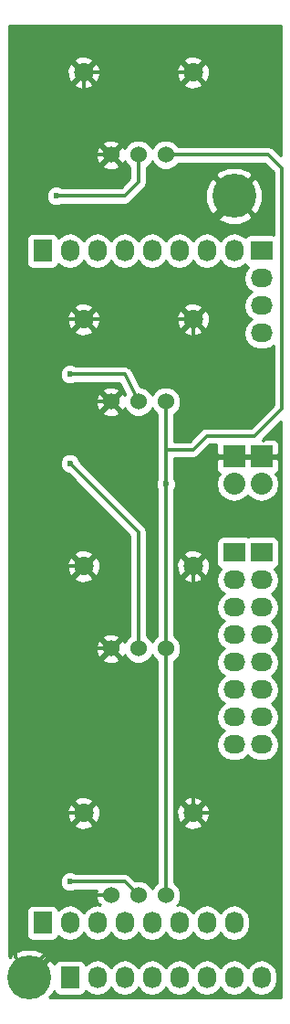
<source format=gbr>
G04 #@! TF.FileFunction,Copper,L2,Bot,Signal*
%FSLAX46Y46*%
G04 Gerber Fmt 4.6, Leading zero omitted, Abs format (unit mm)*
G04 Created by KiCad (PCBNEW 4.0.2+dfsg1-2~bpo8+1-stable) date Sun 16 Jul 2017 04:41:11 PM EEST*
%MOMM*%
G01*
G04 APERTURE LIST*
%ADD10C,0.050000*%
%ADD11R,2.032000X1.727200*%
%ADD12O,2.032000X1.727200*%
%ADD13R,1.727200X2.032000*%
%ADD14O,1.727200X2.032000*%
%ADD15R,2.032000X2.032000*%
%ADD16O,2.032000X2.032000*%
%ADD17C,1.524000*%
%ADD18C,1.800000*%
%ADD19C,4.064000*%
%ADD20C,0.600000*%
%ADD21C,0.300000*%
%ADD22C,0.254000*%
G04 APERTURE END LIST*
D10*
D11*
X147320000Y-99060000D03*
D12*
X147320000Y-101600000D03*
X147320000Y-104140000D03*
X147320000Y-106680000D03*
X147320000Y-109220000D03*
X147320000Y-111760000D03*
X147320000Y-114300000D03*
X147320000Y-116840000D03*
D13*
X129540000Y-138430000D03*
D14*
X132080000Y-138430000D03*
X134620000Y-138430000D03*
X137160000Y-138430000D03*
X139700000Y-138430000D03*
X142240000Y-138430000D03*
X144780000Y-138430000D03*
X147320000Y-138430000D03*
D13*
X127000000Y-71120000D03*
D14*
X129540000Y-71120000D03*
X132080000Y-71120000D03*
X134620000Y-71120000D03*
X137160000Y-71120000D03*
X139700000Y-71120000D03*
X142240000Y-71120000D03*
X144780000Y-71120000D03*
D11*
X144780000Y-99060000D03*
D12*
X144780000Y-101600000D03*
X144780000Y-104140000D03*
X144780000Y-106680000D03*
X144780000Y-109220000D03*
X144780000Y-111760000D03*
X144780000Y-114300000D03*
X144780000Y-116840000D03*
D13*
X127000000Y-133350000D03*
D14*
X129540000Y-133350000D03*
X132080000Y-133350000D03*
X134620000Y-133350000D03*
X137160000Y-133350000D03*
X139700000Y-133350000D03*
X142240000Y-133350000D03*
X144780000Y-133350000D03*
D15*
X144780000Y-90170000D03*
D16*
X144780000Y-92710000D03*
D11*
X147320000Y-71120000D03*
D12*
X147320000Y-73660000D03*
X147320000Y-76200000D03*
X147320000Y-78740000D03*
D15*
X147320000Y-90170000D03*
D16*
X147320000Y-92710000D03*
D17*
X135890000Y-62230000D03*
X133350000Y-62230000D03*
X138430000Y-62230000D03*
D18*
X140970000Y-54610000D03*
X130810000Y-54610000D03*
D17*
X135890000Y-85090000D03*
X133350000Y-85090000D03*
X138430000Y-85090000D03*
D18*
X140970000Y-77470000D03*
X130810000Y-77470000D03*
D17*
X135890000Y-107950000D03*
X133350000Y-107950000D03*
X138430000Y-107950000D03*
D18*
X140970000Y-100330000D03*
X130810000Y-100330000D03*
D17*
X135890000Y-130810000D03*
X133350000Y-130810000D03*
X138430000Y-130810000D03*
D18*
X140970000Y-123190000D03*
X130810000Y-123190000D03*
D19*
X144780000Y-66040000D03*
X125730000Y-138430000D03*
D20*
X128270000Y-66040000D03*
X140970000Y-87630000D03*
X138430000Y-92710000D03*
X129540000Y-82550000D03*
X129540000Y-90805000D03*
X129540000Y-129540000D03*
D21*
X135890000Y-62865000D02*
X135890000Y-64770000D01*
X134620000Y-66040000D02*
X128270000Y-66040000D01*
X135890000Y-64770000D02*
X134620000Y-66040000D01*
X130810000Y-54610000D02*
X140970000Y-54610000D01*
X130810000Y-54610000D02*
X130810000Y-62230000D01*
X133350000Y-62230000D02*
X130810000Y-62230000D01*
X130810000Y-62230000D02*
X124460000Y-62230000D01*
X124460000Y-62230000D02*
X124460000Y-68580000D01*
X142875000Y-68580000D02*
X144780000Y-66675000D01*
X124460000Y-68580000D02*
X142875000Y-68580000D01*
X144780000Y-66675000D02*
X144780000Y-66040000D01*
X124460000Y-79375000D02*
X127635000Y-79375000D01*
X124460000Y-62230000D02*
X124460000Y-79375000D01*
X140970000Y-100330000D02*
X140970000Y-123190000D01*
X125730000Y-138430000D02*
X125730000Y-137795000D01*
X125730000Y-137795000D02*
X124460000Y-136525000D01*
X124460000Y-130810000D02*
X127635000Y-130810000D01*
X124460000Y-136525000D02*
X124460000Y-130810000D01*
X140970000Y-123190000D02*
X147320000Y-123190000D01*
X147320000Y-123190000D02*
X147320000Y-135890000D01*
X147320000Y-135890000D02*
X127635000Y-135890000D01*
X127635000Y-135890000D02*
X125730000Y-137795000D01*
X133350000Y-130810000D02*
X127635000Y-130810000D01*
X127635000Y-130810000D02*
X127635000Y-123190000D01*
X130810000Y-123190000D02*
X127635000Y-123190000D01*
X127635000Y-123190000D02*
X127635000Y-107950000D01*
X133350000Y-107950000D02*
X127635000Y-107950000D01*
X127635000Y-107950000D02*
X127635000Y-100330000D01*
X130810000Y-100330000D02*
X127635000Y-100330000D01*
X127635000Y-100330000D02*
X127635000Y-85090000D01*
X130810000Y-77470000D02*
X128905000Y-77470000D01*
X127635000Y-85090000D02*
X133350000Y-85090000D01*
X127635000Y-78740000D02*
X127635000Y-79375000D01*
X127635000Y-79375000D02*
X127635000Y-85090000D01*
X128905000Y-77470000D02*
X127635000Y-78740000D01*
X140970000Y-77470000D02*
X130810000Y-77470000D01*
X140970000Y-87630000D02*
X140970000Y-77470000D01*
X138430000Y-62230000D02*
X147955000Y-62230000D01*
X147955000Y-62230000D02*
X149225000Y-63500000D01*
X149225000Y-63500000D02*
X149225000Y-85725000D01*
X149225000Y-85725000D02*
X146685000Y-88265000D01*
X146685000Y-88265000D02*
X142240000Y-88265000D01*
X142240000Y-88265000D02*
X140970000Y-89535000D01*
X140970000Y-89535000D02*
X138430000Y-89535000D01*
X138430000Y-130810000D02*
X138430000Y-107950000D01*
X138430000Y-107950000D02*
X138430000Y-89535000D01*
X138430000Y-89535000D02*
X138430000Y-85090000D01*
X138430000Y-92710000D02*
X138430000Y-85090000D01*
X135890000Y-85090000D02*
X135890000Y-85090000D01*
X134620000Y-82550000D02*
X129540000Y-82550000D01*
X135890000Y-85090000D02*
X134620000Y-82550000D01*
X135890000Y-107950000D02*
X135890000Y-97155000D01*
X135890000Y-97155000D02*
X129540000Y-90805000D01*
X135890000Y-130810000D02*
X134620000Y-129540000D01*
X134620000Y-129540000D02*
X129540000Y-129540000D01*
D22*
G36*
X149150000Y-62314842D02*
X148510079Y-61674921D01*
X148255407Y-61504755D01*
X147955000Y-61445000D01*
X139617201Y-61445000D01*
X139615010Y-61439697D01*
X139222370Y-61046371D01*
X138709100Y-60833243D01*
X138153339Y-60832758D01*
X137639697Y-61044990D01*
X137246371Y-61437630D01*
X137160051Y-61645512D01*
X137075010Y-61439697D01*
X136682370Y-61046371D01*
X136169100Y-60833243D01*
X135613339Y-60832758D01*
X135099697Y-61044990D01*
X134706371Y-61437630D01*
X134626605Y-61629727D01*
X134572397Y-61498857D01*
X134330213Y-61429392D01*
X133529605Y-62230000D01*
X134330213Y-63030608D01*
X134572397Y-62961143D01*
X134622509Y-62820682D01*
X134704990Y-63020303D01*
X135097630Y-63413629D01*
X135105000Y-63416689D01*
X135105000Y-64444842D01*
X134294842Y-65255000D01*
X128807506Y-65255000D01*
X128800327Y-65247808D01*
X128456799Y-65105162D01*
X128084833Y-65104838D01*
X127741057Y-65246883D01*
X127477808Y-65509673D01*
X127335162Y-65853201D01*
X127334838Y-66225167D01*
X127476883Y-66568943D01*
X127739673Y-66832192D01*
X128083201Y-66974838D01*
X128455167Y-66975162D01*
X128798943Y-66833117D01*
X128807074Y-66825000D01*
X134620000Y-66825000D01*
X134920407Y-66765245D01*
X135175079Y-66595079D01*
X136240770Y-65529388D01*
X142109120Y-65529388D01*
X142117025Y-66590357D01*
X142507832Y-67533846D01*
X142881879Y-67758516D01*
X144600395Y-66040000D01*
X144959605Y-66040000D01*
X146678121Y-67758516D01*
X147052168Y-67533846D01*
X147450880Y-66550612D01*
X147442975Y-65489643D01*
X147052168Y-64546154D01*
X146678121Y-64321484D01*
X144959605Y-66040000D01*
X144600395Y-66040000D01*
X142881879Y-64321484D01*
X142507832Y-64546154D01*
X142109120Y-65529388D01*
X136240770Y-65529388D01*
X136445079Y-65325079D01*
X136615245Y-65070407D01*
X136675000Y-64770000D01*
X136675000Y-64141879D01*
X143061484Y-64141879D01*
X144780000Y-65860395D01*
X146498516Y-64141879D01*
X146273846Y-63767832D01*
X145290612Y-63369120D01*
X144229643Y-63377025D01*
X143286154Y-63767832D01*
X143061484Y-64141879D01*
X136675000Y-64141879D01*
X136675000Y-63417201D01*
X136680303Y-63415010D01*
X137073629Y-63022370D01*
X137159949Y-62814488D01*
X137244990Y-63020303D01*
X137637630Y-63413629D01*
X138150900Y-63626757D01*
X138706661Y-63627242D01*
X139220303Y-63415010D01*
X139613629Y-63022370D01*
X139616689Y-63015000D01*
X147629842Y-63015000D01*
X148440000Y-63825158D01*
X148440000Y-69630021D01*
X148336000Y-69608960D01*
X146304000Y-69608960D01*
X146068683Y-69653238D01*
X145852559Y-69792310D01*
X145809454Y-69855396D01*
X145353489Y-69550729D01*
X144780000Y-69436655D01*
X144206511Y-69550729D01*
X143720330Y-69875585D01*
X143510000Y-70190366D01*
X143299670Y-69875585D01*
X142813489Y-69550729D01*
X142240000Y-69436655D01*
X141666511Y-69550729D01*
X141180330Y-69875585D01*
X140970000Y-70190366D01*
X140759670Y-69875585D01*
X140273489Y-69550729D01*
X139700000Y-69436655D01*
X139126511Y-69550729D01*
X138640330Y-69875585D01*
X138430000Y-70190366D01*
X138219670Y-69875585D01*
X137733489Y-69550729D01*
X137160000Y-69436655D01*
X136586511Y-69550729D01*
X136100330Y-69875585D01*
X135890000Y-70190366D01*
X135679670Y-69875585D01*
X135193489Y-69550729D01*
X134620000Y-69436655D01*
X134046511Y-69550729D01*
X133560330Y-69875585D01*
X133350000Y-70190366D01*
X133139670Y-69875585D01*
X132653489Y-69550729D01*
X132080000Y-69436655D01*
X131506511Y-69550729D01*
X131020330Y-69875585D01*
X130810000Y-70190366D01*
X130599670Y-69875585D01*
X130113489Y-69550729D01*
X129540000Y-69436655D01*
X128966511Y-69550729D01*
X128480330Y-69875585D01*
X128470757Y-69889913D01*
X128466762Y-69868683D01*
X128327690Y-69652559D01*
X128115490Y-69507569D01*
X127863600Y-69456560D01*
X126136400Y-69456560D01*
X125901083Y-69500838D01*
X125684959Y-69639910D01*
X125539969Y-69852110D01*
X125488960Y-70104000D01*
X125488960Y-72136000D01*
X125533238Y-72371317D01*
X125672310Y-72587441D01*
X125884510Y-72732431D01*
X126136400Y-72783440D01*
X127863600Y-72783440D01*
X128098917Y-72739162D01*
X128315041Y-72600090D01*
X128460031Y-72387890D01*
X128468400Y-72346561D01*
X128480330Y-72364415D01*
X128966511Y-72689271D01*
X129540000Y-72803345D01*
X130113489Y-72689271D01*
X130599670Y-72364415D01*
X130810000Y-72049634D01*
X131020330Y-72364415D01*
X131506511Y-72689271D01*
X132080000Y-72803345D01*
X132653489Y-72689271D01*
X133139670Y-72364415D01*
X133350000Y-72049634D01*
X133560330Y-72364415D01*
X134046511Y-72689271D01*
X134620000Y-72803345D01*
X135193489Y-72689271D01*
X135679670Y-72364415D01*
X135890000Y-72049634D01*
X136100330Y-72364415D01*
X136586511Y-72689271D01*
X137160000Y-72803345D01*
X137733489Y-72689271D01*
X138219670Y-72364415D01*
X138430000Y-72049634D01*
X138640330Y-72364415D01*
X139126511Y-72689271D01*
X139700000Y-72803345D01*
X140273489Y-72689271D01*
X140759670Y-72364415D01*
X140970000Y-72049634D01*
X141180330Y-72364415D01*
X141666511Y-72689271D01*
X142240000Y-72803345D01*
X142813489Y-72689271D01*
X143299670Y-72364415D01*
X143510000Y-72049634D01*
X143720330Y-72364415D01*
X144206511Y-72689271D01*
X144780000Y-72803345D01*
X145353489Y-72689271D01*
X145808056Y-72385539D01*
X145839910Y-72435041D01*
X146052110Y-72580031D01*
X146093439Y-72588400D01*
X146075585Y-72600330D01*
X145750729Y-73086511D01*
X145636655Y-73660000D01*
X145750729Y-74233489D01*
X146075585Y-74719670D01*
X146390366Y-74930000D01*
X146075585Y-75140330D01*
X145750729Y-75626511D01*
X145636655Y-76200000D01*
X145750729Y-76773489D01*
X146075585Y-77259670D01*
X146390366Y-77470000D01*
X146075585Y-77680330D01*
X145750729Y-78166511D01*
X145636655Y-78740000D01*
X145750729Y-79313489D01*
X146075585Y-79799670D01*
X146561766Y-80124526D01*
X147135255Y-80238600D01*
X147504745Y-80238600D01*
X148078234Y-80124526D01*
X148440000Y-79882802D01*
X148440000Y-85399842D01*
X146359842Y-87480000D01*
X142240000Y-87480000D01*
X141939593Y-87539755D01*
X141684921Y-87709921D01*
X140644842Y-88750000D01*
X139215000Y-88750000D01*
X139215000Y-86277201D01*
X139220303Y-86275010D01*
X139613629Y-85882370D01*
X139826757Y-85369100D01*
X139827242Y-84813339D01*
X139615010Y-84299697D01*
X139222370Y-83906371D01*
X138709100Y-83693243D01*
X138153339Y-83692758D01*
X137639697Y-83904990D01*
X137246371Y-84297630D01*
X137160051Y-84505512D01*
X137075010Y-84299697D01*
X136682370Y-83906371D01*
X136169100Y-83693243D01*
X136069234Y-83693156D01*
X135322125Y-82198937D01*
X135244983Y-82099540D01*
X135175079Y-81994921D01*
X135151625Y-81979250D01*
X135134333Y-81956969D01*
X135025021Y-81894656D01*
X134920406Y-81824755D01*
X134892746Y-81819253D01*
X134868239Y-81805283D01*
X134743403Y-81789547D01*
X134620000Y-81765000D01*
X130077506Y-81765000D01*
X130070327Y-81757808D01*
X129726799Y-81615162D01*
X129354833Y-81614838D01*
X129011057Y-81756883D01*
X128747808Y-82019673D01*
X128605162Y-82363201D01*
X128604838Y-82735167D01*
X128746883Y-83078943D01*
X129009673Y-83342192D01*
X129353201Y-83484838D01*
X129725167Y-83485162D01*
X130068943Y-83343117D01*
X130077074Y-83335000D01*
X134134844Y-83335000D01*
X134665442Y-84396197D01*
X134626605Y-84489727D01*
X134572397Y-84358857D01*
X134330213Y-84289392D01*
X133529605Y-85090000D01*
X134330213Y-85890608D01*
X134572397Y-85821143D01*
X134622509Y-85680682D01*
X134704990Y-85880303D01*
X135097630Y-86273629D01*
X135610900Y-86486757D01*
X136166661Y-86487242D01*
X136680303Y-86275010D01*
X137073629Y-85882370D01*
X137159949Y-85674488D01*
X137244990Y-85880303D01*
X137637630Y-86273629D01*
X137645000Y-86276689D01*
X137645000Y-92172494D01*
X137637808Y-92179673D01*
X137495162Y-92523201D01*
X137494838Y-92895167D01*
X137636883Y-93238943D01*
X137645000Y-93247074D01*
X137645000Y-106762799D01*
X137639697Y-106764990D01*
X137246371Y-107157630D01*
X137160051Y-107365512D01*
X137075010Y-107159697D01*
X136682370Y-106766371D01*
X136675000Y-106763311D01*
X136675000Y-97155000D01*
X136615245Y-96854594D01*
X136615245Y-96854593D01*
X136445079Y-96599921D01*
X130475153Y-90629995D01*
X130475162Y-90619833D01*
X130333117Y-90276057D01*
X130070327Y-90012808D01*
X129726799Y-89870162D01*
X129354833Y-89869838D01*
X129011057Y-90011883D01*
X128747808Y-90274673D01*
X128605162Y-90618201D01*
X128604838Y-90990167D01*
X128746883Y-91333943D01*
X129009673Y-91597192D01*
X129353201Y-91739838D01*
X129364690Y-91739848D01*
X135105000Y-97480158D01*
X135105000Y-106762799D01*
X135099697Y-106764990D01*
X134706371Y-107157630D01*
X134626605Y-107349727D01*
X134572397Y-107218857D01*
X134330213Y-107149392D01*
X133529605Y-107950000D01*
X134330213Y-108750608D01*
X134572397Y-108681143D01*
X134622509Y-108540682D01*
X134704990Y-108740303D01*
X135097630Y-109133629D01*
X135610900Y-109346757D01*
X136166661Y-109347242D01*
X136680303Y-109135010D01*
X137073629Y-108742370D01*
X137159949Y-108534488D01*
X137244990Y-108740303D01*
X137637630Y-109133629D01*
X137645000Y-109136689D01*
X137645000Y-129622799D01*
X137639697Y-129624990D01*
X137246371Y-130017630D01*
X137160051Y-130225512D01*
X137075010Y-130019697D01*
X136682370Y-129626371D01*
X136169100Y-129413243D01*
X135613339Y-129412758D01*
X135605963Y-129415805D01*
X135175079Y-128984921D01*
X134920407Y-128814755D01*
X134620000Y-128755000D01*
X130077506Y-128755000D01*
X130070327Y-128747808D01*
X129726799Y-128605162D01*
X129354833Y-128604838D01*
X129011057Y-128746883D01*
X128747808Y-129009673D01*
X128605162Y-129353201D01*
X128604838Y-129725167D01*
X128746883Y-130068943D01*
X129009673Y-130332192D01*
X129353201Y-130474838D01*
X129725167Y-130475162D01*
X130068943Y-130333117D01*
X130077074Y-130325000D01*
X132039788Y-130325000D01*
X131940856Y-130602302D01*
X131968638Y-131157368D01*
X132127603Y-131541143D01*
X132369785Y-131610607D01*
X132274957Y-131705435D01*
X132080000Y-131666655D01*
X131506511Y-131780729D01*
X131020330Y-132105585D01*
X130810000Y-132420366D01*
X130599670Y-132105585D01*
X130113489Y-131780729D01*
X129540000Y-131666655D01*
X128966511Y-131780729D01*
X128480330Y-132105585D01*
X128470757Y-132119913D01*
X128466762Y-132098683D01*
X128327690Y-131882559D01*
X128115490Y-131737569D01*
X127863600Y-131686560D01*
X126136400Y-131686560D01*
X125901083Y-131730838D01*
X125684959Y-131869910D01*
X125539969Y-132082110D01*
X125488960Y-132334000D01*
X125488960Y-134366000D01*
X125533238Y-134601317D01*
X125672310Y-134817441D01*
X125884510Y-134962431D01*
X126136400Y-135013440D01*
X127863600Y-135013440D01*
X128098917Y-134969162D01*
X128315041Y-134830090D01*
X128460031Y-134617890D01*
X128468400Y-134576561D01*
X128480330Y-134594415D01*
X128966511Y-134919271D01*
X129540000Y-135033345D01*
X130113489Y-134919271D01*
X130599670Y-134594415D01*
X130810000Y-134279634D01*
X131020330Y-134594415D01*
X131506511Y-134919271D01*
X132080000Y-135033345D01*
X132653489Y-134919271D01*
X133139670Y-134594415D01*
X133350000Y-134279634D01*
X133560330Y-134594415D01*
X134046511Y-134919271D01*
X134620000Y-135033345D01*
X135193489Y-134919271D01*
X135679670Y-134594415D01*
X135890000Y-134279634D01*
X136100330Y-134594415D01*
X136586511Y-134919271D01*
X137160000Y-135033345D01*
X137733489Y-134919271D01*
X138219670Y-134594415D01*
X138430000Y-134279634D01*
X138640330Y-134594415D01*
X139126511Y-134919271D01*
X139700000Y-135033345D01*
X140273489Y-134919271D01*
X140759670Y-134594415D01*
X140970000Y-134279634D01*
X141180330Y-134594415D01*
X141666511Y-134919271D01*
X142240000Y-135033345D01*
X142813489Y-134919271D01*
X143299670Y-134594415D01*
X143510000Y-134279634D01*
X143720330Y-134594415D01*
X144206511Y-134919271D01*
X144780000Y-135033345D01*
X145353489Y-134919271D01*
X145839670Y-134594415D01*
X146164526Y-134108234D01*
X146278600Y-133534745D01*
X146278600Y-133165255D01*
X146164526Y-132591766D01*
X145839670Y-132105585D01*
X145353489Y-131780729D01*
X144780000Y-131666655D01*
X144206511Y-131780729D01*
X143720330Y-132105585D01*
X143510000Y-132420366D01*
X143299670Y-132105585D01*
X142813489Y-131780729D01*
X142240000Y-131666655D01*
X141666511Y-131780729D01*
X141180330Y-132105585D01*
X140970000Y-132420366D01*
X140759670Y-132105585D01*
X140273489Y-131780729D01*
X139700000Y-131666655D01*
X139511714Y-131704107D01*
X139613629Y-131602370D01*
X139826757Y-131089100D01*
X139827242Y-130533339D01*
X139615010Y-130019697D01*
X139222370Y-129626371D01*
X139215000Y-129623311D01*
X139215000Y-124270159D01*
X140069446Y-124270159D01*
X140155852Y-124526643D01*
X140729336Y-124736458D01*
X141339460Y-124710839D01*
X141784148Y-124526643D01*
X141870554Y-124270159D01*
X140970000Y-123369605D01*
X140069446Y-124270159D01*
X139215000Y-124270159D01*
X139215000Y-122949336D01*
X139423542Y-122949336D01*
X139449161Y-123559460D01*
X139633357Y-124004148D01*
X139889841Y-124090554D01*
X140790395Y-123190000D01*
X141149605Y-123190000D01*
X142050159Y-124090554D01*
X142306643Y-124004148D01*
X142516458Y-123430664D01*
X142490839Y-122820540D01*
X142306643Y-122375852D01*
X142050159Y-122289446D01*
X141149605Y-123190000D01*
X140790395Y-123190000D01*
X139889841Y-122289446D01*
X139633357Y-122375852D01*
X139423542Y-122949336D01*
X139215000Y-122949336D01*
X139215000Y-122109841D01*
X140069446Y-122109841D01*
X140970000Y-123010395D01*
X141870554Y-122109841D01*
X141784148Y-121853357D01*
X141210664Y-121643542D01*
X140600540Y-121669161D01*
X140155852Y-121853357D01*
X140069446Y-122109841D01*
X139215000Y-122109841D01*
X139215000Y-109137201D01*
X139220303Y-109135010D01*
X139613629Y-108742370D01*
X139826757Y-108229100D01*
X139827242Y-107673339D01*
X139615010Y-107159697D01*
X139222370Y-106766371D01*
X139215000Y-106763311D01*
X139215000Y-101410159D01*
X140069446Y-101410159D01*
X140155852Y-101666643D01*
X140729336Y-101876458D01*
X141339460Y-101850839D01*
X141784148Y-101666643D01*
X141806599Y-101600000D01*
X143096655Y-101600000D01*
X143210729Y-102173489D01*
X143535585Y-102659670D01*
X143850366Y-102870000D01*
X143535585Y-103080330D01*
X143210729Y-103566511D01*
X143096655Y-104140000D01*
X143210729Y-104713489D01*
X143535585Y-105199670D01*
X143850366Y-105410000D01*
X143535585Y-105620330D01*
X143210729Y-106106511D01*
X143096655Y-106680000D01*
X143210729Y-107253489D01*
X143535585Y-107739670D01*
X143850366Y-107950000D01*
X143535585Y-108160330D01*
X143210729Y-108646511D01*
X143096655Y-109220000D01*
X143210729Y-109793489D01*
X143535585Y-110279670D01*
X143850366Y-110490000D01*
X143535585Y-110700330D01*
X143210729Y-111186511D01*
X143096655Y-111760000D01*
X143210729Y-112333489D01*
X143535585Y-112819670D01*
X143850366Y-113030000D01*
X143535585Y-113240330D01*
X143210729Y-113726511D01*
X143096655Y-114300000D01*
X143210729Y-114873489D01*
X143535585Y-115359670D01*
X143850366Y-115570000D01*
X143535585Y-115780330D01*
X143210729Y-116266511D01*
X143096655Y-116840000D01*
X143210729Y-117413489D01*
X143535585Y-117899670D01*
X144021766Y-118224526D01*
X144595255Y-118338600D01*
X144964745Y-118338600D01*
X145538234Y-118224526D01*
X146024415Y-117899670D01*
X146050000Y-117861379D01*
X146075585Y-117899670D01*
X146561766Y-118224526D01*
X147135255Y-118338600D01*
X147504745Y-118338600D01*
X148078234Y-118224526D01*
X148564415Y-117899670D01*
X148889271Y-117413489D01*
X149003345Y-116840000D01*
X148889271Y-116266511D01*
X148564415Y-115780330D01*
X148249634Y-115570000D01*
X148564415Y-115359670D01*
X148889271Y-114873489D01*
X149003345Y-114300000D01*
X148889271Y-113726511D01*
X148564415Y-113240330D01*
X148249634Y-113030000D01*
X148564415Y-112819670D01*
X148889271Y-112333489D01*
X149003345Y-111760000D01*
X148889271Y-111186511D01*
X148564415Y-110700330D01*
X148249634Y-110490000D01*
X148564415Y-110279670D01*
X148889271Y-109793489D01*
X149003345Y-109220000D01*
X148889271Y-108646511D01*
X148564415Y-108160330D01*
X148249634Y-107950000D01*
X148564415Y-107739670D01*
X148889271Y-107253489D01*
X149003345Y-106680000D01*
X148889271Y-106106511D01*
X148564415Y-105620330D01*
X148249634Y-105410000D01*
X148564415Y-105199670D01*
X148889271Y-104713489D01*
X149003345Y-104140000D01*
X148889271Y-103566511D01*
X148564415Y-103080330D01*
X148249634Y-102870000D01*
X148564415Y-102659670D01*
X148889271Y-102173489D01*
X149003345Y-101600000D01*
X148889271Y-101026511D01*
X148564415Y-100540330D01*
X148550087Y-100530757D01*
X148571317Y-100526762D01*
X148787441Y-100387690D01*
X148932431Y-100175490D01*
X148983440Y-99923600D01*
X148983440Y-98196400D01*
X148939162Y-97961083D01*
X148800090Y-97744959D01*
X148587890Y-97599969D01*
X148336000Y-97548960D01*
X146304000Y-97548960D01*
X146068683Y-97593238D01*
X146052901Y-97603393D01*
X146047890Y-97599969D01*
X145796000Y-97548960D01*
X143764000Y-97548960D01*
X143528683Y-97593238D01*
X143312559Y-97732310D01*
X143167569Y-97944510D01*
X143116560Y-98196400D01*
X143116560Y-99923600D01*
X143160838Y-100158917D01*
X143299910Y-100375041D01*
X143512110Y-100520031D01*
X143553439Y-100528400D01*
X143535585Y-100540330D01*
X143210729Y-101026511D01*
X143096655Y-101600000D01*
X141806599Y-101600000D01*
X141870554Y-101410159D01*
X140970000Y-100509605D01*
X140069446Y-101410159D01*
X139215000Y-101410159D01*
X139215000Y-100089336D01*
X139423542Y-100089336D01*
X139449161Y-100699460D01*
X139633357Y-101144148D01*
X139889841Y-101230554D01*
X140790395Y-100330000D01*
X141149605Y-100330000D01*
X142050159Y-101230554D01*
X142306643Y-101144148D01*
X142516458Y-100570664D01*
X142490839Y-99960540D01*
X142306643Y-99515852D01*
X142050159Y-99429446D01*
X141149605Y-100330000D01*
X140790395Y-100330000D01*
X139889841Y-99429446D01*
X139633357Y-99515852D01*
X139423542Y-100089336D01*
X139215000Y-100089336D01*
X139215000Y-99249841D01*
X140069446Y-99249841D01*
X140970000Y-100150395D01*
X141870554Y-99249841D01*
X141784148Y-98993357D01*
X141210664Y-98783542D01*
X140600540Y-98809161D01*
X140155852Y-98993357D01*
X140069446Y-99249841D01*
X139215000Y-99249841D01*
X139215000Y-93247506D01*
X139222192Y-93240327D01*
X139364838Y-92896799D01*
X139365000Y-92710000D01*
X143096655Y-92710000D01*
X143222330Y-93341810D01*
X143580222Y-93877433D01*
X144115845Y-94235325D01*
X144747655Y-94361000D01*
X144812345Y-94361000D01*
X145444155Y-94235325D01*
X145979778Y-93877433D01*
X146050000Y-93772338D01*
X146120222Y-93877433D01*
X146655845Y-94235325D01*
X147287655Y-94361000D01*
X147352345Y-94361000D01*
X147984155Y-94235325D01*
X148519778Y-93877433D01*
X148877670Y-93341810D01*
X149003345Y-92710000D01*
X148877670Y-92078190D01*
X148653034Y-91741999D01*
X148695698Y-91724327D01*
X148874327Y-91545699D01*
X148971000Y-91312310D01*
X148971000Y-90455750D01*
X148812250Y-90297000D01*
X147447000Y-90297000D01*
X147447000Y-90317000D01*
X147193000Y-90317000D01*
X147193000Y-90297000D01*
X144907000Y-90297000D01*
X144907000Y-90317000D01*
X144653000Y-90317000D01*
X144653000Y-90297000D01*
X143287750Y-90297000D01*
X143129000Y-90455750D01*
X143129000Y-91312310D01*
X143225673Y-91545699D01*
X143404302Y-91724327D01*
X143446966Y-91741999D01*
X143222330Y-92078190D01*
X143096655Y-92710000D01*
X139365000Y-92710000D01*
X139365162Y-92524833D01*
X139223117Y-92181057D01*
X139215000Y-92172926D01*
X139215000Y-90320000D01*
X140970000Y-90320000D01*
X141270407Y-90260245D01*
X141525079Y-90090079D01*
X142565158Y-89050000D01*
X143129000Y-89050000D01*
X143129000Y-89884250D01*
X143287750Y-90043000D01*
X144653000Y-90043000D01*
X144653000Y-90023000D01*
X144907000Y-90023000D01*
X144907000Y-90043000D01*
X147193000Y-90043000D01*
X147193000Y-90023000D01*
X147447000Y-90023000D01*
X147447000Y-90043000D01*
X148812250Y-90043000D01*
X148971000Y-89884250D01*
X148971000Y-89027690D01*
X148874327Y-88794301D01*
X148695698Y-88615673D01*
X148462309Y-88519000D01*
X147605750Y-88519000D01*
X147447002Y-88677748D01*
X147447002Y-88613156D01*
X149150000Y-86910158D01*
X149150000Y-140260000D01*
X127739608Y-140260000D01*
X127628123Y-140148515D01*
X128002168Y-139923846D01*
X128089971Y-139707321D01*
X128212310Y-139897441D01*
X128424510Y-140042431D01*
X128676400Y-140093440D01*
X130403600Y-140093440D01*
X130638917Y-140049162D01*
X130855041Y-139910090D01*
X131000031Y-139697890D01*
X131008400Y-139656561D01*
X131020330Y-139674415D01*
X131506511Y-139999271D01*
X132080000Y-140113345D01*
X132653489Y-139999271D01*
X133139670Y-139674415D01*
X133350000Y-139359634D01*
X133560330Y-139674415D01*
X134046511Y-139999271D01*
X134620000Y-140113345D01*
X135193489Y-139999271D01*
X135679670Y-139674415D01*
X135890000Y-139359634D01*
X136100330Y-139674415D01*
X136586511Y-139999271D01*
X137160000Y-140113345D01*
X137733489Y-139999271D01*
X138219670Y-139674415D01*
X138430000Y-139359634D01*
X138640330Y-139674415D01*
X139126511Y-139999271D01*
X139700000Y-140113345D01*
X140273489Y-139999271D01*
X140759670Y-139674415D01*
X140970000Y-139359634D01*
X141180330Y-139674415D01*
X141666511Y-139999271D01*
X142240000Y-140113345D01*
X142813489Y-139999271D01*
X143299670Y-139674415D01*
X143510000Y-139359634D01*
X143720330Y-139674415D01*
X144206511Y-139999271D01*
X144780000Y-140113345D01*
X145353489Y-139999271D01*
X145839670Y-139674415D01*
X146050000Y-139359634D01*
X146260330Y-139674415D01*
X146746511Y-139999271D01*
X147320000Y-140113345D01*
X147893489Y-139999271D01*
X148379670Y-139674415D01*
X148704526Y-139188234D01*
X148818600Y-138614745D01*
X148818600Y-138245255D01*
X148704526Y-137671766D01*
X148379670Y-137185585D01*
X147893489Y-136860729D01*
X147320000Y-136746655D01*
X146746511Y-136860729D01*
X146260330Y-137185585D01*
X146050000Y-137500366D01*
X145839670Y-137185585D01*
X145353489Y-136860729D01*
X144780000Y-136746655D01*
X144206511Y-136860729D01*
X143720330Y-137185585D01*
X143510000Y-137500366D01*
X143299670Y-137185585D01*
X142813489Y-136860729D01*
X142240000Y-136746655D01*
X141666511Y-136860729D01*
X141180330Y-137185585D01*
X140970000Y-137500366D01*
X140759670Y-137185585D01*
X140273489Y-136860729D01*
X139700000Y-136746655D01*
X139126511Y-136860729D01*
X138640330Y-137185585D01*
X138430000Y-137500366D01*
X138219670Y-137185585D01*
X137733489Y-136860729D01*
X137160000Y-136746655D01*
X136586511Y-136860729D01*
X136100330Y-137185585D01*
X135890000Y-137500366D01*
X135679670Y-137185585D01*
X135193489Y-136860729D01*
X134620000Y-136746655D01*
X134046511Y-136860729D01*
X133560330Y-137185585D01*
X133350000Y-137500366D01*
X133139670Y-137185585D01*
X132653489Y-136860729D01*
X132080000Y-136746655D01*
X131506511Y-136860729D01*
X131020330Y-137185585D01*
X131010757Y-137199913D01*
X131006762Y-137178683D01*
X130867690Y-136962559D01*
X130655490Y-136817569D01*
X130403600Y-136766560D01*
X128676400Y-136766560D01*
X128441083Y-136810838D01*
X128224959Y-136949910D01*
X128089802Y-137147720D01*
X128002168Y-136936154D01*
X127628121Y-136711484D01*
X125909605Y-138430000D01*
X125923748Y-138444143D01*
X125744143Y-138623748D01*
X125730000Y-138609605D01*
X125715858Y-138623748D01*
X125536253Y-138444143D01*
X125550395Y-138430000D01*
X125536253Y-138415858D01*
X125715858Y-138236253D01*
X125730000Y-138250395D01*
X127448516Y-136531879D01*
X127223846Y-136157832D01*
X126240612Y-135759120D01*
X125179643Y-135767025D01*
X124236154Y-136157832D01*
X124011485Y-136531877D01*
X123900000Y-136420392D01*
X123900000Y-124270159D01*
X129909446Y-124270159D01*
X129995852Y-124526643D01*
X130569336Y-124736458D01*
X131179460Y-124710839D01*
X131624148Y-124526643D01*
X131710554Y-124270159D01*
X130810000Y-123369605D01*
X129909446Y-124270159D01*
X123900000Y-124270159D01*
X123900000Y-122949336D01*
X129263542Y-122949336D01*
X129289161Y-123559460D01*
X129473357Y-124004148D01*
X129729841Y-124090554D01*
X130630395Y-123190000D01*
X130989605Y-123190000D01*
X131890159Y-124090554D01*
X132146643Y-124004148D01*
X132356458Y-123430664D01*
X132330839Y-122820540D01*
X132146643Y-122375852D01*
X131890159Y-122289446D01*
X130989605Y-123190000D01*
X130630395Y-123190000D01*
X129729841Y-122289446D01*
X129473357Y-122375852D01*
X129263542Y-122949336D01*
X123900000Y-122949336D01*
X123900000Y-122109841D01*
X129909446Y-122109841D01*
X130810000Y-123010395D01*
X131710554Y-122109841D01*
X131624148Y-121853357D01*
X131050664Y-121643542D01*
X130440540Y-121669161D01*
X129995852Y-121853357D01*
X129909446Y-122109841D01*
X123900000Y-122109841D01*
X123900000Y-108930213D01*
X132549392Y-108930213D01*
X132618857Y-109172397D01*
X133142302Y-109359144D01*
X133697368Y-109331362D01*
X134081143Y-109172397D01*
X134150608Y-108930213D01*
X133350000Y-108129605D01*
X132549392Y-108930213D01*
X123900000Y-108930213D01*
X123900000Y-107742302D01*
X131940856Y-107742302D01*
X131968638Y-108297368D01*
X132127603Y-108681143D01*
X132369787Y-108750608D01*
X133170395Y-107950000D01*
X132369787Y-107149392D01*
X132127603Y-107218857D01*
X131940856Y-107742302D01*
X123900000Y-107742302D01*
X123900000Y-106969787D01*
X132549392Y-106969787D01*
X133350000Y-107770395D01*
X134150608Y-106969787D01*
X134081143Y-106727603D01*
X133557698Y-106540856D01*
X133002632Y-106568638D01*
X132618857Y-106727603D01*
X132549392Y-106969787D01*
X123900000Y-106969787D01*
X123900000Y-101410159D01*
X129909446Y-101410159D01*
X129995852Y-101666643D01*
X130569336Y-101876458D01*
X131179460Y-101850839D01*
X131624148Y-101666643D01*
X131710554Y-101410159D01*
X130810000Y-100509605D01*
X129909446Y-101410159D01*
X123900000Y-101410159D01*
X123900000Y-100089336D01*
X129263542Y-100089336D01*
X129289161Y-100699460D01*
X129473357Y-101144148D01*
X129729841Y-101230554D01*
X130630395Y-100330000D01*
X130989605Y-100330000D01*
X131890159Y-101230554D01*
X132146643Y-101144148D01*
X132356458Y-100570664D01*
X132330839Y-99960540D01*
X132146643Y-99515852D01*
X131890159Y-99429446D01*
X130989605Y-100330000D01*
X130630395Y-100330000D01*
X129729841Y-99429446D01*
X129473357Y-99515852D01*
X129263542Y-100089336D01*
X123900000Y-100089336D01*
X123900000Y-99249841D01*
X129909446Y-99249841D01*
X130810000Y-100150395D01*
X131710554Y-99249841D01*
X131624148Y-98993357D01*
X131050664Y-98783542D01*
X130440540Y-98809161D01*
X129995852Y-98993357D01*
X129909446Y-99249841D01*
X123900000Y-99249841D01*
X123900000Y-86070213D01*
X132549392Y-86070213D01*
X132618857Y-86312397D01*
X133142302Y-86499144D01*
X133697368Y-86471362D01*
X134081143Y-86312397D01*
X134150608Y-86070213D01*
X133350000Y-85269605D01*
X132549392Y-86070213D01*
X123900000Y-86070213D01*
X123900000Y-84882302D01*
X131940856Y-84882302D01*
X131968638Y-85437368D01*
X132127603Y-85821143D01*
X132369787Y-85890608D01*
X133170395Y-85090000D01*
X132369787Y-84289392D01*
X132127603Y-84358857D01*
X131940856Y-84882302D01*
X123900000Y-84882302D01*
X123900000Y-84109787D01*
X132549392Y-84109787D01*
X133350000Y-84910395D01*
X134150608Y-84109787D01*
X134081143Y-83867603D01*
X133557698Y-83680856D01*
X133002632Y-83708638D01*
X132618857Y-83867603D01*
X132549392Y-84109787D01*
X123900000Y-84109787D01*
X123900000Y-78550159D01*
X129909446Y-78550159D01*
X129995852Y-78806643D01*
X130569336Y-79016458D01*
X131179460Y-78990839D01*
X131624148Y-78806643D01*
X131710554Y-78550159D01*
X140069446Y-78550159D01*
X140155852Y-78806643D01*
X140729336Y-79016458D01*
X141339460Y-78990839D01*
X141784148Y-78806643D01*
X141870554Y-78550159D01*
X140970000Y-77649605D01*
X140069446Y-78550159D01*
X131710554Y-78550159D01*
X130810000Y-77649605D01*
X129909446Y-78550159D01*
X123900000Y-78550159D01*
X123900000Y-77229336D01*
X129263542Y-77229336D01*
X129289161Y-77839460D01*
X129473357Y-78284148D01*
X129729841Y-78370554D01*
X130630395Y-77470000D01*
X130989605Y-77470000D01*
X131890159Y-78370554D01*
X132146643Y-78284148D01*
X132356458Y-77710664D01*
X132336248Y-77229336D01*
X139423542Y-77229336D01*
X139449161Y-77839460D01*
X139633357Y-78284148D01*
X139889841Y-78370554D01*
X140790395Y-77470000D01*
X141149605Y-77470000D01*
X142050159Y-78370554D01*
X142306643Y-78284148D01*
X142516458Y-77710664D01*
X142490839Y-77100540D01*
X142306643Y-76655852D01*
X142050159Y-76569446D01*
X141149605Y-77470000D01*
X140790395Y-77470000D01*
X139889841Y-76569446D01*
X139633357Y-76655852D01*
X139423542Y-77229336D01*
X132336248Y-77229336D01*
X132330839Y-77100540D01*
X132146643Y-76655852D01*
X131890159Y-76569446D01*
X130989605Y-77470000D01*
X130630395Y-77470000D01*
X129729841Y-76569446D01*
X129473357Y-76655852D01*
X129263542Y-77229336D01*
X123900000Y-77229336D01*
X123900000Y-76389841D01*
X129909446Y-76389841D01*
X130810000Y-77290395D01*
X131710554Y-76389841D01*
X140069446Y-76389841D01*
X140970000Y-77290395D01*
X141870554Y-76389841D01*
X141784148Y-76133357D01*
X141210664Y-75923542D01*
X140600540Y-75949161D01*
X140155852Y-76133357D01*
X140069446Y-76389841D01*
X131710554Y-76389841D01*
X131624148Y-76133357D01*
X131050664Y-75923542D01*
X130440540Y-75949161D01*
X129995852Y-76133357D01*
X129909446Y-76389841D01*
X123900000Y-76389841D01*
X123900000Y-67938121D01*
X143061484Y-67938121D01*
X143286154Y-68312168D01*
X144269388Y-68710880D01*
X145330357Y-68702975D01*
X146273846Y-68312168D01*
X146498516Y-67938121D01*
X144780000Y-66219605D01*
X143061484Y-67938121D01*
X123900000Y-67938121D01*
X123900000Y-63210213D01*
X132549392Y-63210213D01*
X132618857Y-63452397D01*
X133142302Y-63639144D01*
X133697368Y-63611362D01*
X134081143Y-63452397D01*
X134150608Y-63210213D01*
X133350000Y-62409605D01*
X132549392Y-63210213D01*
X123900000Y-63210213D01*
X123900000Y-62022302D01*
X131940856Y-62022302D01*
X131968638Y-62577368D01*
X132127603Y-62961143D01*
X132369787Y-63030608D01*
X133170395Y-62230000D01*
X132369787Y-61429392D01*
X132127603Y-61498857D01*
X131940856Y-62022302D01*
X123900000Y-62022302D01*
X123900000Y-61249787D01*
X132549392Y-61249787D01*
X133350000Y-62050395D01*
X134150608Y-61249787D01*
X134081143Y-61007603D01*
X133557698Y-60820856D01*
X133002632Y-60848638D01*
X132618857Y-61007603D01*
X132549392Y-61249787D01*
X123900000Y-61249787D01*
X123900000Y-55690159D01*
X129909446Y-55690159D01*
X129995852Y-55946643D01*
X130569336Y-56156458D01*
X131179460Y-56130839D01*
X131624148Y-55946643D01*
X131710554Y-55690159D01*
X140069446Y-55690159D01*
X140155852Y-55946643D01*
X140729336Y-56156458D01*
X141339460Y-56130839D01*
X141784148Y-55946643D01*
X141870554Y-55690159D01*
X140970000Y-54789605D01*
X140069446Y-55690159D01*
X131710554Y-55690159D01*
X130810000Y-54789605D01*
X129909446Y-55690159D01*
X123900000Y-55690159D01*
X123900000Y-54369336D01*
X129263542Y-54369336D01*
X129289161Y-54979460D01*
X129473357Y-55424148D01*
X129729841Y-55510554D01*
X130630395Y-54610000D01*
X130989605Y-54610000D01*
X131890159Y-55510554D01*
X132146643Y-55424148D01*
X132356458Y-54850664D01*
X132336248Y-54369336D01*
X139423542Y-54369336D01*
X139449161Y-54979460D01*
X139633357Y-55424148D01*
X139889841Y-55510554D01*
X140790395Y-54610000D01*
X141149605Y-54610000D01*
X142050159Y-55510554D01*
X142306643Y-55424148D01*
X142516458Y-54850664D01*
X142490839Y-54240540D01*
X142306643Y-53795852D01*
X142050159Y-53709446D01*
X141149605Y-54610000D01*
X140790395Y-54610000D01*
X139889841Y-53709446D01*
X139633357Y-53795852D01*
X139423542Y-54369336D01*
X132336248Y-54369336D01*
X132330839Y-54240540D01*
X132146643Y-53795852D01*
X131890159Y-53709446D01*
X130989605Y-54610000D01*
X130630395Y-54610000D01*
X129729841Y-53709446D01*
X129473357Y-53795852D01*
X129263542Y-54369336D01*
X123900000Y-54369336D01*
X123900000Y-53529841D01*
X129909446Y-53529841D01*
X130810000Y-54430395D01*
X131710554Y-53529841D01*
X140069446Y-53529841D01*
X140970000Y-54430395D01*
X141870554Y-53529841D01*
X141784148Y-53273357D01*
X141210664Y-53063542D01*
X140600540Y-53089161D01*
X140155852Y-53273357D01*
X140069446Y-53529841D01*
X131710554Y-53529841D01*
X131624148Y-53273357D01*
X131050664Y-53063542D01*
X130440540Y-53089161D01*
X129995852Y-53273357D01*
X129909446Y-53529841D01*
X123900000Y-53529841D01*
X123900000Y-50240000D01*
X149150000Y-50240000D01*
X149150000Y-62314842D01*
X149150000Y-62314842D01*
G37*
X149150000Y-62314842D02*
X148510079Y-61674921D01*
X148255407Y-61504755D01*
X147955000Y-61445000D01*
X139617201Y-61445000D01*
X139615010Y-61439697D01*
X139222370Y-61046371D01*
X138709100Y-60833243D01*
X138153339Y-60832758D01*
X137639697Y-61044990D01*
X137246371Y-61437630D01*
X137160051Y-61645512D01*
X137075010Y-61439697D01*
X136682370Y-61046371D01*
X136169100Y-60833243D01*
X135613339Y-60832758D01*
X135099697Y-61044990D01*
X134706371Y-61437630D01*
X134626605Y-61629727D01*
X134572397Y-61498857D01*
X134330213Y-61429392D01*
X133529605Y-62230000D01*
X134330213Y-63030608D01*
X134572397Y-62961143D01*
X134622509Y-62820682D01*
X134704990Y-63020303D01*
X135097630Y-63413629D01*
X135105000Y-63416689D01*
X135105000Y-64444842D01*
X134294842Y-65255000D01*
X128807506Y-65255000D01*
X128800327Y-65247808D01*
X128456799Y-65105162D01*
X128084833Y-65104838D01*
X127741057Y-65246883D01*
X127477808Y-65509673D01*
X127335162Y-65853201D01*
X127334838Y-66225167D01*
X127476883Y-66568943D01*
X127739673Y-66832192D01*
X128083201Y-66974838D01*
X128455167Y-66975162D01*
X128798943Y-66833117D01*
X128807074Y-66825000D01*
X134620000Y-66825000D01*
X134920407Y-66765245D01*
X135175079Y-66595079D01*
X136240770Y-65529388D01*
X142109120Y-65529388D01*
X142117025Y-66590357D01*
X142507832Y-67533846D01*
X142881879Y-67758516D01*
X144600395Y-66040000D01*
X144959605Y-66040000D01*
X146678121Y-67758516D01*
X147052168Y-67533846D01*
X147450880Y-66550612D01*
X147442975Y-65489643D01*
X147052168Y-64546154D01*
X146678121Y-64321484D01*
X144959605Y-66040000D01*
X144600395Y-66040000D01*
X142881879Y-64321484D01*
X142507832Y-64546154D01*
X142109120Y-65529388D01*
X136240770Y-65529388D01*
X136445079Y-65325079D01*
X136615245Y-65070407D01*
X136675000Y-64770000D01*
X136675000Y-64141879D01*
X143061484Y-64141879D01*
X144780000Y-65860395D01*
X146498516Y-64141879D01*
X146273846Y-63767832D01*
X145290612Y-63369120D01*
X144229643Y-63377025D01*
X143286154Y-63767832D01*
X143061484Y-64141879D01*
X136675000Y-64141879D01*
X136675000Y-63417201D01*
X136680303Y-63415010D01*
X137073629Y-63022370D01*
X137159949Y-62814488D01*
X137244990Y-63020303D01*
X137637630Y-63413629D01*
X138150900Y-63626757D01*
X138706661Y-63627242D01*
X139220303Y-63415010D01*
X139613629Y-63022370D01*
X139616689Y-63015000D01*
X147629842Y-63015000D01*
X148440000Y-63825158D01*
X148440000Y-69630021D01*
X148336000Y-69608960D01*
X146304000Y-69608960D01*
X146068683Y-69653238D01*
X145852559Y-69792310D01*
X145809454Y-69855396D01*
X145353489Y-69550729D01*
X144780000Y-69436655D01*
X144206511Y-69550729D01*
X143720330Y-69875585D01*
X143510000Y-70190366D01*
X143299670Y-69875585D01*
X142813489Y-69550729D01*
X142240000Y-69436655D01*
X141666511Y-69550729D01*
X141180330Y-69875585D01*
X140970000Y-70190366D01*
X140759670Y-69875585D01*
X140273489Y-69550729D01*
X139700000Y-69436655D01*
X139126511Y-69550729D01*
X138640330Y-69875585D01*
X138430000Y-70190366D01*
X138219670Y-69875585D01*
X137733489Y-69550729D01*
X137160000Y-69436655D01*
X136586511Y-69550729D01*
X136100330Y-69875585D01*
X135890000Y-70190366D01*
X135679670Y-69875585D01*
X135193489Y-69550729D01*
X134620000Y-69436655D01*
X134046511Y-69550729D01*
X133560330Y-69875585D01*
X133350000Y-70190366D01*
X133139670Y-69875585D01*
X132653489Y-69550729D01*
X132080000Y-69436655D01*
X131506511Y-69550729D01*
X131020330Y-69875585D01*
X130810000Y-70190366D01*
X130599670Y-69875585D01*
X130113489Y-69550729D01*
X129540000Y-69436655D01*
X128966511Y-69550729D01*
X128480330Y-69875585D01*
X128470757Y-69889913D01*
X128466762Y-69868683D01*
X128327690Y-69652559D01*
X128115490Y-69507569D01*
X127863600Y-69456560D01*
X126136400Y-69456560D01*
X125901083Y-69500838D01*
X125684959Y-69639910D01*
X125539969Y-69852110D01*
X125488960Y-70104000D01*
X125488960Y-72136000D01*
X125533238Y-72371317D01*
X125672310Y-72587441D01*
X125884510Y-72732431D01*
X126136400Y-72783440D01*
X127863600Y-72783440D01*
X128098917Y-72739162D01*
X128315041Y-72600090D01*
X128460031Y-72387890D01*
X128468400Y-72346561D01*
X128480330Y-72364415D01*
X128966511Y-72689271D01*
X129540000Y-72803345D01*
X130113489Y-72689271D01*
X130599670Y-72364415D01*
X130810000Y-72049634D01*
X131020330Y-72364415D01*
X131506511Y-72689271D01*
X132080000Y-72803345D01*
X132653489Y-72689271D01*
X133139670Y-72364415D01*
X133350000Y-72049634D01*
X133560330Y-72364415D01*
X134046511Y-72689271D01*
X134620000Y-72803345D01*
X135193489Y-72689271D01*
X135679670Y-72364415D01*
X135890000Y-72049634D01*
X136100330Y-72364415D01*
X136586511Y-72689271D01*
X137160000Y-72803345D01*
X137733489Y-72689271D01*
X138219670Y-72364415D01*
X138430000Y-72049634D01*
X138640330Y-72364415D01*
X139126511Y-72689271D01*
X139700000Y-72803345D01*
X140273489Y-72689271D01*
X140759670Y-72364415D01*
X140970000Y-72049634D01*
X141180330Y-72364415D01*
X141666511Y-72689271D01*
X142240000Y-72803345D01*
X142813489Y-72689271D01*
X143299670Y-72364415D01*
X143510000Y-72049634D01*
X143720330Y-72364415D01*
X144206511Y-72689271D01*
X144780000Y-72803345D01*
X145353489Y-72689271D01*
X145808056Y-72385539D01*
X145839910Y-72435041D01*
X146052110Y-72580031D01*
X146093439Y-72588400D01*
X146075585Y-72600330D01*
X145750729Y-73086511D01*
X145636655Y-73660000D01*
X145750729Y-74233489D01*
X146075585Y-74719670D01*
X146390366Y-74930000D01*
X146075585Y-75140330D01*
X145750729Y-75626511D01*
X145636655Y-76200000D01*
X145750729Y-76773489D01*
X146075585Y-77259670D01*
X146390366Y-77470000D01*
X146075585Y-77680330D01*
X145750729Y-78166511D01*
X145636655Y-78740000D01*
X145750729Y-79313489D01*
X146075585Y-79799670D01*
X146561766Y-80124526D01*
X147135255Y-80238600D01*
X147504745Y-80238600D01*
X148078234Y-80124526D01*
X148440000Y-79882802D01*
X148440000Y-85399842D01*
X146359842Y-87480000D01*
X142240000Y-87480000D01*
X141939593Y-87539755D01*
X141684921Y-87709921D01*
X140644842Y-88750000D01*
X139215000Y-88750000D01*
X139215000Y-86277201D01*
X139220303Y-86275010D01*
X139613629Y-85882370D01*
X139826757Y-85369100D01*
X139827242Y-84813339D01*
X139615010Y-84299697D01*
X139222370Y-83906371D01*
X138709100Y-83693243D01*
X138153339Y-83692758D01*
X137639697Y-83904990D01*
X137246371Y-84297630D01*
X137160051Y-84505512D01*
X137075010Y-84299697D01*
X136682370Y-83906371D01*
X136169100Y-83693243D01*
X136069234Y-83693156D01*
X135322125Y-82198937D01*
X135244983Y-82099540D01*
X135175079Y-81994921D01*
X135151625Y-81979250D01*
X135134333Y-81956969D01*
X135025021Y-81894656D01*
X134920406Y-81824755D01*
X134892746Y-81819253D01*
X134868239Y-81805283D01*
X134743403Y-81789547D01*
X134620000Y-81765000D01*
X130077506Y-81765000D01*
X130070327Y-81757808D01*
X129726799Y-81615162D01*
X129354833Y-81614838D01*
X129011057Y-81756883D01*
X128747808Y-82019673D01*
X128605162Y-82363201D01*
X128604838Y-82735167D01*
X128746883Y-83078943D01*
X129009673Y-83342192D01*
X129353201Y-83484838D01*
X129725167Y-83485162D01*
X130068943Y-83343117D01*
X130077074Y-83335000D01*
X134134844Y-83335000D01*
X134665442Y-84396197D01*
X134626605Y-84489727D01*
X134572397Y-84358857D01*
X134330213Y-84289392D01*
X133529605Y-85090000D01*
X134330213Y-85890608D01*
X134572397Y-85821143D01*
X134622509Y-85680682D01*
X134704990Y-85880303D01*
X135097630Y-86273629D01*
X135610900Y-86486757D01*
X136166661Y-86487242D01*
X136680303Y-86275010D01*
X137073629Y-85882370D01*
X137159949Y-85674488D01*
X137244990Y-85880303D01*
X137637630Y-86273629D01*
X137645000Y-86276689D01*
X137645000Y-92172494D01*
X137637808Y-92179673D01*
X137495162Y-92523201D01*
X137494838Y-92895167D01*
X137636883Y-93238943D01*
X137645000Y-93247074D01*
X137645000Y-106762799D01*
X137639697Y-106764990D01*
X137246371Y-107157630D01*
X137160051Y-107365512D01*
X137075010Y-107159697D01*
X136682370Y-106766371D01*
X136675000Y-106763311D01*
X136675000Y-97155000D01*
X136615245Y-96854594D01*
X136615245Y-96854593D01*
X136445079Y-96599921D01*
X130475153Y-90629995D01*
X130475162Y-90619833D01*
X130333117Y-90276057D01*
X130070327Y-90012808D01*
X129726799Y-89870162D01*
X129354833Y-89869838D01*
X129011057Y-90011883D01*
X128747808Y-90274673D01*
X128605162Y-90618201D01*
X128604838Y-90990167D01*
X128746883Y-91333943D01*
X129009673Y-91597192D01*
X129353201Y-91739838D01*
X129364690Y-91739848D01*
X135105000Y-97480158D01*
X135105000Y-106762799D01*
X135099697Y-106764990D01*
X134706371Y-107157630D01*
X134626605Y-107349727D01*
X134572397Y-107218857D01*
X134330213Y-107149392D01*
X133529605Y-107950000D01*
X134330213Y-108750608D01*
X134572397Y-108681143D01*
X134622509Y-108540682D01*
X134704990Y-108740303D01*
X135097630Y-109133629D01*
X135610900Y-109346757D01*
X136166661Y-109347242D01*
X136680303Y-109135010D01*
X137073629Y-108742370D01*
X137159949Y-108534488D01*
X137244990Y-108740303D01*
X137637630Y-109133629D01*
X137645000Y-109136689D01*
X137645000Y-129622799D01*
X137639697Y-129624990D01*
X137246371Y-130017630D01*
X137160051Y-130225512D01*
X137075010Y-130019697D01*
X136682370Y-129626371D01*
X136169100Y-129413243D01*
X135613339Y-129412758D01*
X135605963Y-129415805D01*
X135175079Y-128984921D01*
X134920407Y-128814755D01*
X134620000Y-128755000D01*
X130077506Y-128755000D01*
X130070327Y-128747808D01*
X129726799Y-128605162D01*
X129354833Y-128604838D01*
X129011057Y-128746883D01*
X128747808Y-129009673D01*
X128605162Y-129353201D01*
X128604838Y-129725167D01*
X128746883Y-130068943D01*
X129009673Y-130332192D01*
X129353201Y-130474838D01*
X129725167Y-130475162D01*
X130068943Y-130333117D01*
X130077074Y-130325000D01*
X132039788Y-130325000D01*
X131940856Y-130602302D01*
X131968638Y-131157368D01*
X132127603Y-131541143D01*
X132369785Y-131610607D01*
X132274957Y-131705435D01*
X132080000Y-131666655D01*
X131506511Y-131780729D01*
X131020330Y-132105585D01*
X130810000Y-132420366D01*
X130599670Y-132105585D01*
X130113489Y-131780729D01*
X129540000Y-131666655D01*
X128966511Y-131780729D01*
X128480330Y-132105585D01*
X128470757Y-132119913D01*
X128466762Y-132098683D01*
X128327690Y-131882559D01*
X128115490Y-131737569D01*
X127863600Y-131686560D01*
X126136400Y-131686560D01*
X125901083Y-131730838D01*
X125684959Y-131869910D01*
X125539969Y-132082110D01*
X125488960Y-132334000D01*
X125488960Y-134366000D01*
X125533238Y-134601317D01*
X125672310Y-134817441D01*
X125884510Y-134962431D01*
X126136400Y-135013440D01*
X127863600Y-135013440D01*
X128098917Y-134969162D01*
X128315041Y-134830090D01*
X128460031Y-134617890D01*
X128468400Y-134576561D01*
X128480330Y-134594415D01*
X128966511Y-134919271D01*
X129540000Y-135033345D01*
X130113489Y-134919271D01*
X130599670Y-134594415D01*
X130810000Y-134279634D01*
X131020330Y-134594415D01*
X131506511Y-134919271D01*
X132080000Y-135033345D01*
X132653489Y-134919271D01*
X133139670Y-134594415D01*
X133350000Y-134279634D01*
X133560330Y-134594415D01*
X134046511Y-134919271D01*
X134620000Y-135033345D01*
X135193489Y-134919271D01*
X135679670Y-134594415D01*
X135890000Y-134279634D01*
X136100330Y-134594415D01*
X136586511Y-134919271D01*
X137160000Y-135033345D01*
X137733489Y-134919271D01*
X138219670Y-134594415D01*
X138430000Y-134279634D01*
X138640330Y-134594415D01*
X139126511Y-134919271D01*
X139700000Y-135033345D01*
X140273489Y-134919271D01*
X140759670Y-134594415D01*
X140970000Y-134279634D01*
X141180330Y-134594415D01*
X141666511Y-134919271D01*
X142240000Y-135033345D01*
X142813489Y-134919271D01*
X143299670Y-134594415D01*
X143510000Y-134279634D01*
X143720330Y-134594415D01*
X144206511Y-134919271D01*
X144780000Y-135033345D01*
X145353489Y-134919271D01*
X145839670Y-134594415D01*
X146164526Y-134108234D01*
X146278600Y-133534745D01*
X146278600Y-133165255D01*
X146164526Y-132591766D01*
X145839670Y-132105585D01*
X145353489Y-131780729D01*
X144780000Y-131666655D01*
X144206511Y-131780729D01*
X143720330Y-132105585D01*
X143510000Y-132420366D01*
X143299670Y-132105585D01*
X142813489Y-131780729D01*
X142240000Y-131666655D01*
X141666511Y-131780729D01*
X141180330Y-132105585D01*
X140970000Y-132420366D01*
X140759670Y-132105585D01*
X140273489Y-131780729D01*
X139700000Y-131666655D01*
X139511714Y-131704107D01*
X139613629Y-131602370D01*
X139826757Y-131089100D01*
X139827242Y-130533339D01*
X139615010Y-130019697D01*
X139222370Y-129626371D01*
X139215000Y-129623311D01*
X139215000Y-124270159D01*
X140069446Y-124270159D01*
X140155852Y-124526643D01*
X140729336Y-124736458D01*
X141339460Y-124710839D01*
X141784148Y-124526643D01*
X141870554Y-124270159D01*
X140970000Y-123369605D01*
X140069446Y-124270159D01*
X139215000Y-124270159D01*
X139215000Y-122949336D01*
X139423542Y-122949336D01*
X139449161Y-123559460D01*
X139633357Y-124004148D01*
X139889841Y-124090554D01*
X140790395Y-123190000D01*
X141149605Y-123190000D01*
X142050159Y-124090554D01*
X142306643Y-124004148D01*
X142516458Y-123430664D01*
X142490839Y-122820540D01*
X142306643Y-122375852D01*
X142050159Y-122289446D01*
X141149605Y-123190000D01*
X140790395Y-123190000D01*
X139889841Y-122289446D01*
X139633357Y-122375852D01*
X139423542Y-122949336D01*
X139215000Y-122949336D01*
X139215000Y-122109841D01*
X140069446Y-122109841D01*
X140970000Y-123010395D01*
X141870554Y-122109841D01*
X141784148Y-121853357D01*
X141210664Y-121643542D01*
X140600540Y-121669161D01*
X140155852Y-121853357D01*
X140069446Y-122109841D01*
X139215000Y-122109841D01*
X139215000Y-109137201D01*
X139220303Y-109135010D01*
X139613629Y-108742370D01*
X139826757Y-108229100D01*
X139827242Y-107673339D01*
X139615010Y-107159697D01*
X139222370Y-106766371D01*
X139215000Y-106763311D01*
X139215000Y-101410159D01*
X140069446Y-101410159D01*
X140155852Y-101666643D01*
X140729336Y-101876458D01*
X141339460Y-101850839D01*
X141784148Y-101666643D01*
X141806599Y-101600000D01*
X143096655Y-101600000D01*
X143210729Y-102173489D01*
X143535585Y-102659670D01*
X143850366Y-102870000D01*
X143535585Y-103080330D01*
X143210729Y-103566511D01*
X143096655Y-104140000D01*
X143210729Y-104713489D01*
X143535585Y-105199670D01*
X143850366Y-105410000D01*
X143535585Y-105620330D01*
X143210729Y-106106511D01*
X143096655Y-106680000D01*
X143210729Y-107253489D01*
X143535585Y-107739670D01*
X143850366Y-107950000D01*
X143535585Y-108160330D01*
X143210729Y-108646511D01*
X143096655Y-109220000D01*
X143210729Y-109793489D01*
X143535585Y-110279670D01*
X143850366Y-110490000D01*
X143535585Y-110700330D01*
X143210729Y-111186511D01*
X143096655Y-111760000D01*
X143210729Y-112333489D01*
X143535585Y-112819670D01*
X143850366Y-113030000D01*
X143535585Y-113240330D01*
X143210729Y-113726511D01*
X143096655Y-114300000D01*
X143210729Y-114873489D01*
X143535585Y-115359670D01*
X143850366Y-115570000D01*
X143535585Y-115780330D01*
X143210729Y-116266511D01*
X143096655Y-116840000D01*
X143210729Y-117413489D01*
X143535585Y-117899670D01*
X144021766Y-118224526D01*
X144595255Y-118338600D01*
X144964745Y-118338600D01*
X145538234Y-118224526D01*
X146024415Y-117899670D01*
X146050000Y-117861379D01*
X146075585Y-117899670D01*
X146561766Y-118224526D01*
X147135255Y-118338600D01*
X147504745Y-118338600D01*
X148078234Y-118224526D01*
X148564415Y-117899670D01*
X148889271Y-117413489D01*
X149003345Y-116840000D01*
X148889271Y-116266511D01*
X148564415Y-115780330D01*
X148249634Y-115570000D01*
X148564415Y-115359670D01*
X148889271Y-114873489D01*
X149003345Y-114300000D01*
X148889271Y-113726511D01*
X148564415Y-113240330D01*
X148249634Y-113030000D01*
X148564415Y-112819670D01*
X148889271Y-112333489D01*
X149003345Y-111760000D01*
X148889271Y-111186511D01*
X148564415Y-110700330D01*
X148249634Y-110490000D01*
X148564415Y-110279670D01*
X148889271Y-109793489D01*
X149003345Y-109220000D01*
X148889271Y-108646511D01*
X148564415Y-108160330D01*
X148249634Y-107950000D01*
X148564415Y-107739670D01*
X148889271Y-107253489D01*
X149003345Y-106680000D01*
X148889271Y-106106511D01*
X148564415Y-105620330D01*
X148249634Y-105410000D01*
X148564415Y-105199670D01*
X148889271Y-104713489D01*
X149003345Y-104140000D01*
X148889271Y-103566511D01*
X148564415Y-103080330D01*
X148249634Y-102870000D01*
X148564415Y-102659670D01*
X148889271Y-102173489D01*
X149003345Y-101600000D01*
X148889271Y-101026511D01*
X148564415Y-100540330D01*
X148550087Y-100530757D01*
X148571317Y-100526762D01*
X148787441Y-100387690D01*
X148932431Y-100175490D01*
X148983440Y-99923600D01*
X148983440Y-98196400D01*
X148939162Y-97961083D01*
X148800090Y-97744959D01*
X148587890Y-97599969D01*
X148336000Y-97548960D01*
X146304000Y-97548960D01*
X146068683Y-97593238D01*
X146052901Y-97603393D01*
X146047890Y-97599969D01*
X145796000Y-97548960D01*
X143764000Y-97548960D01*
X143528683Y-97593238D01*
X143312559Y-97732310D01*
X143167569Y-97944510D01*
X143116560Y-98196400D01*
X143116560Y-99923600D01*
X143160838Y-100158917D01*
X143299910Y-100375041D01*
X143512110Y-100520031D01*
X143553439Y-100528400D01*
X143535585Y-100540330D01*
X143210729Y-101026511D01*
X143096655Y-101600000D01*
X141806599Y-101600000D01*
X141870554Y-101410159D01*
X140970000Y-100509605D01*
X140069446Y-101410159D01*
X139215000Y-101410159D01*
X139215000Y-100089336D01*
X139423542Y-100089336D01*
X139449161Y-100699460D01*
X139633357Y-101144148D01*
X139889841Y-101230554D01*
X140790395Y-100330000D01*
X141149605Y-100330000D01*
X142050159Y-101230554D01*
X142306643Y-101144148D01*
X142516458Y-100570664D01*
X142490839Y-99960540D01*
X142306643Y-99515852D01*
X142050159Y-99429446D01*
X141149605Y-100330000D01*
X140790395Y-100330000D01*
X139889841Y-99429446D01*
X139633357Y-99515852D01*
X139423542Y-100089336D01*
X139215000Y-100089336D01*
X139215000Y-99249841D01*
X140069446Y-99249841D01*
X140970000Y-100150395D01*
X141870554Y-99249841D01*
X141784148Y-98993357D01*
X141210664Y-98783542D01*
X140600540Y-98809161D01*
X140155852Y-98993357D01*
X140069446Y-99249841D01*
X139215000Y-99249841D01*
X139215000Y-93247506D01*
X139222192Y-93240327D01*
X139364838Y-92896799D01*
X139365000Y-92710000D01*
X143096655Y-92710000D01*
X143222330Y-93341810D01*
X143580222Y-93877433D01*
X144115845Y-94235325D01*
X144747655Y-94361000D01*
X144812345Y-94361000D01*
X145444155Y-94235325D01*
X145979778Y-93877433D01*
X146050000Y-93772338D01*
X146120222Y-93877433D01*
X146655845Y-94235325D01*
X147287655Y-94361000D01*
X147352345Y-94361000D01*
X147984155Y-94235325D01*
X148519778Y-93877433D01*
X148877670Y-93341810D01*
X149003345Y-92710000D01*
X148877670Y-92078190D01*
X148653034Y-91741999D01*
X148695698Y-91724327D01*
X148874327Y-91545699D01*
X148971000Y-91312310D01*
X148971000Y-90455750D01*
X148812250Y-90297000D01*
X147447000Y-90297000D01*
X147447000Y-90317000D01*
X147193000Y-90317000D01*
X147193000Y-90297000D01*
X144907000Y-90297000D01*
X144907000Y-90317000D01*
X144653000Y-90317000D01*
X144653000Y-90297000D01*
X143287750Y-90297000D01*
X143129000Y-90455750D01*
X143129000Y-91312310D01*
X143225673Y-91545699D01*
X143404302Y-91724327D01*
X143446966Y-91741999D01*
X143222330Y-92078190D01*
X143096655Y-92710000D01*
X139365000Y-92710000D01*
X139365162Y-92524833D01*
X139223117Y-92181057D01*
X139215000Y-92172926D01*
X139215000Y-90320000D01*
X140970000Y-90320000D01*
X141270407Y-90260245D01*
X141525079Y-90090079D01*
X142565158Y-89050000D01*
X143129000Y-89050000D01*
X143129000Y-89884250D01*
X143287750Y-90043000D01*
X144653000Y-90043000D01*
X144653000Y-90023000D01*
X144907000Y-90023000D01*
X144907000Y-90043000D01*
X147193000Y-90043000D01*
X147193000Y-90023000D01*
X147447000Y-90023000D01*
X147447000Y-90043000D01*
X148812250Y-90043000D01*
X148971000Y-89884250D01*
X148971000Y-89027690D01*
X148874327Y-88794301D01*
X148695698Y-88615673D01*
X148462309Y-88519000D01*
X147605750Y-88519000D01*
X147447002Y-88677748D01*
X147447002Y-88613156D01*
X149150000Y-86910158D01*
X149150000Y-140260000D01*
X127739608Y-140260000D01*
X127628123Y-140148515D01*
X128002168Y-139923846D01*
X128089971Y-139707321D01*
X128212310Y-139897441D01*
X128424510Y-140042431D01*
X128676400Y-140093440D01*
X130403600Y-140093440D01*
X130638917Y-140049162D01*
X130855041Y-139910090D01*
X131000031Y-139697890D01*
X131008400Y-139656561D01*
X131020330Y-139674415D01*
X131506511Y-139999271D01*
X132080000Y-140113345D01*
X132653489Y-139999271D01*
X133139670Y-139674415D01*
X133350000Y-139359634D01*
X133560330Y-139674415D01*
X134046511Y-139999271D01*
X134620000Y-140113345D01*
X135193489Y-139999271D01*
X135679670Y-139674415D01*
X135890000Y-139359634D01*
X136100330Y-139674415D01*
X136586511Y-139999271D01*
X137160000Y-140113345D01*
X137733489Y-139999271D01*
X138219670Y-139674415D01*
X138430000Y-139359634D01*
X138640330Y-139674415D01*
X139126511Y-139999271D01*
X139700000Y-140113345D01*
X140273489Y-139999271D01*
X140759670Y-139674415D01*
X140970000Y-139359634D01*
X141180330Y-139674415D01*
X141666511Y-139999271D01*
X142240000Y-140113345D01*
X142813489Y-139999271D01*
X143299670Y-139674415D01*
X143510000Y-139359634D01*
X143720330Y-139674415D01*
X144206511Y-139999271D01*
X144780000Y-140113345D01*
X145353489Y-139999271D01*
X145839670Y-139674415D01*
X146050000Y-139359634D01*
X146260330Y-139674415D01*
X146746511Y-139999271D01*
X147320000Y-140113345D01*
X147893489Y-139999271D01*
X148379670Y-139674415D01*
X148704526Y-139188234D01*
X148818600Y-138614745D01*
X148818600Y-138245255D01*
X148704526Y-137671766D01*
X148379670Y-137185585D01*
X147893489Y-136860729D01*
X147320000Y-136746655D01*
X146746511Y-136860729D01*
X146260330Y-137185585D01*
X146050000Y-137500366D01*
X145839670Y-137185585D01*
X145353489Y-136860729D01*
X144780000Y-136746655D01*
X144206511Y-136860729D01*
X143720330Y-137185585D01*
X143510000Y-137500366D01*
X143299670Y-137185585D01*
X142813489Y-136860729D01*
X142240000Y-136746655D01*
X141666511Y-136860729D01*
X141180330Y-137185585D01*
X140970000Y-137500366D01*
X140759670Y-137185585D01*
X140273489Y-136860729D01*
X139700000Y-136746655D01*
X139126511Y-136860729D01*
X138640330Y-137185585D01*
X138430000Y-137500366D01*
X138219670Y-137185585D01*
X137733489Y-136860729D01*
X137160000Y-136746655D01*
X136586511Y-136860729D01*
X136100330Y-137185585D01*
X135890000Y-137500366D01*
X135679670Y-137185585D01*
X135193489Y-136860729D01*
X134620000Y-136746655D01*
X134046511Y-136860729D01*
X133560330Y-137185585D01*
X133350000Y-137500366D01*
X133139670Y-137185585D01*
X132653489Y-136860729D01*
X132080000Y-136746655D01*
X131506511Y-136860729D01*
X131020330Y-137185585D01*
X131010757Y-137199913D01*
X131006762Y-137178683D01*
X130867690Y-136962559D01*
X130655490Y-136817569D01*
X130403600Y-136766560D01*
X128676400Y-136766560D01*
X128441083Y-136810838D01*
X128224959Y-136949910D01*
X128089802Y-137147720D01*
X128002168Y-136936154D01*
X127628121Y-136711484D01*
X125909605Y-138430000D01*
X125923748Y-138444143D01*
X125744143Y-138623748D01*
X125730000Y-138609605D01*
X125715858Y-138623748D01*
X125536253Y-138444143D01*
X125550395Y-138430000D01*
X125536253Y-138415858D01*
X125715858Y-138236253D01*
X125730000Y-138250395D01*
X127448516Y-136531879D01*
X127223846Y-136157832D01*
X126240612Y-135759120D01*
X125179643Y-135767025D01*
X124236154Y-136157832D01*
X124011485Y-136531877D01*
X123900000Y-136420392D01*
X123900000Y-124270159D01*
X129909446Y-124270159D01*
X129995852Y-124526643D01*
X130569336Y-124736458D01*
X131179460Y-124710839D01*
X131624148Y-124526643D01*
X131710554Y-124270159D01*
X130810000Y-123369605D01*
X129909446Y-124270159D01*
X123900000Y-124270159D01*
X123900000Y-122949336D01*
X129263542Y-122949336D01*
X129289161Y-123559460D01*
X129473357Y-124004148D01*
X129729841Y-124090554D01*
X130630395Y-123190000D01*
X130989605Y-123190000D01*
X131890159Y-124090554D01*
X132146643Y-124004148D01*
X132356458Y-123430664D01*
X132330839Y-122820540D01*
X132146643Y-122375852D01*
X131890159Y-122289446D01*
X130989605Y-123190000D01*
X130630395Y-123190000D01*
X129729841Y-122289446D01*
X129473357Y-122375852D01*
X129263542Y-122949336D01*
X123900000Y-122949336D01*
X123900000Y-122109841D01*
X129909446Y-122109841D01*
X130810000Y-123010395D01*
X131710554Y-122109841D01*
X131624148Y-121853357D01*
X131050664Y-121643542D01*
X130440540Y-121669161D01*
X129995852Y-121853357D01*
X129909446Y-122109841D01*
X123900000Y-122109841D01*
X123900000Y-108930213D01*
X132549392Y-108930213D01*
X132618857Y-109172397D01*
X133142302Y-109359144D01*
X133697368Y-109331362D01*
X134081143Y-109172397D01*
X134150608Y-108930213D01*
X133350000Y-108129605D01*
X132549392Y-108930213D01*
X123900000Y-108930213D01*
X123900000Y-107742302D01*
X131940856Y-107742302D01*
X131968638Y-108297368D01*
X132127603Y-108681143D01*
X132369787Y-108750608D01*
X133170395Y-107950000D01*
X132369787Y-107149392D01*
X132127603Y-107218857D01*
X131940856Y-107742302D01*
X123900000Y-107742302D01*
X123900000Y-106969787D01*
X132549392Y-106969787D01*
X133350000Y-107770395D01*
X134150608Y-106969787D01*
X134081143Y-106727603D01*
X133557698Y-106540856D01*
X133002632Y-106568638D01*
X132618857Y-106727603D01*
X132549392Y-106969787D01*
X123900000Y-106969787D01*
X123900000Y-101410159D01*
X129909446Y-101410159D01*
X129995852Y-101666643D01*
X130569336Y-101876458D01*
X131179460Y-101850839D01*
X131624148Y-101666643D01*
X131710554Y-101410159D01*
X130810000Y-100509605D01*
X129909446Y-101410159D01*
X123900000Y-101410159D01*
X123900000Y-100089336D01*
X129263542Y-100089336D01*
X129289161Y-100699460D01*
X129473357Y-101144148D01*
X129729841Y-101230554D01*
X130630395Y-100330000D01*
X130989605Y-100330000D01*
X131890159Y-101230554D01*
X132146643Y-101144148D01*
X132356458Y-100570664D01*
X132330839Y-99960540D01*
X132146643Y-99515852D01*
X131890159Y-99429446D01*
X130989605Y-100330000D01*
X130630395Y-100330000D01*
X129729841Y-99429446D01*
X129473357Y-99515852D01*
X129263542Y-100089336D01*
X123900000Y-100089336D01*
X123900000Y-99249841D01*
X129909446Y-99249841D01*
X130810000Y-100150395D01*
X131710554Y-99249841D01*
X131624148Y-98993357D01*
X131050664Y-98783542D01*
X130440540Y-98809161D01*
X129995852Y-98993357D01*
X129909446Y-99249841D01*
X123900000Y-99249841D01*
X123900000Y-86070213D01*
X132549392Y-86070213D01*
X132618857Y-86312397D01*
X133142302Y-86499144D01*
X133697368Y-86471362D01*
X134081143Y-86312397D01*
X134150608Y-86070213D01*
X133350000Y-85269605D01*
X132549392Y-86070213D01*
X123900000Y-86070213D01*
X123900000Y-84882302D01*
X131940856Y-84882302D01*
X131968638Y-85437368D01*
X132127603Y-85821143D01*
X132369787Y-85890608D01*
X133170395Y-85090000D01*
X132369787Y-84289392D01*
X132127603Y-84358857D01*
X131940856Y-84882302D01*
X123900000Y-84882302D01*
X123900000Y-84109787D01*
X132549392Y-84109787D01*
X133350000Y-84910395D01*
X134150608Y-84109787D01*
X134081143Y-83867603D01*
X133557698Y-83680856D01*
X133002632Y-83708638D01*
X132618857Y-83867603D01*
X132549392Y-84109787D01*
X123900000Y-84109787D01*
X123900000Y-78550159D01*
X129909446Y-78550159D01*
X129995852Y-78806643D01*
X130569336Y-79016458D01*
X131179460Y-78990839D01*
X131624148Y-78806643D01*
X131710554Y-78550159D01*
X140069446Y-78550159D01*
X140155852Y-78806643D01*
X140729336Y-79016458D01*
X141339460Y-78990839D01*
X141784148Y-78806643D01*
X141870554Y-78550159D01*
X140970000Y-77649605D01*
X140069446Y-78550159D01*
X131710554Y-78550159D01*
X130810000Y-77649605D01*
X129909446Y-78550159D01*
X123900000Y-78550159D01*
X123900000Y-77229336D01*
X129263542Y-77229336D01*
X129289161Y-77839460D01*
X129473357Y-78284148D01*
X129729841Y-78370554D01*
X130630395Y-77470000D01*
X130989605Y-77470000D01*
X131890159Y-78370554D01*
X132146643Y-78284148D01*
X132356458Y-77710664D01*
X132336248Y-77229336D01*
X139423542Y-77229336D01*
X139449161Y-77839460D01*
X139633357Y-78284148D01*
X139889841Y-78370554D01*
X140790395Y-77470000D01*
X141149605Y-77470000D01*
X142050159Y-78370554D01*
X142306643Y-78284148D01*
X142516458Y-77710664D01*
X142490839Y-77100540D01*
X142306643Y-76655852D01*
X142050159Y-76569446D01*
X141149605Y-77470000D01*
X140790395Y-77470000D01*
X139889841Y-76569446D01*
X139633357Y-76655852D01*
X139423542Y-77229336D01*
X132336248Y-77229336D01*
X132330839Y-77100540D01*
X132146643Y-76655852D01*
X131890159Y-76569446D01*
X130989605Y-77470000D01*
X130630395Y-77470000D01*
X129729841Y-76569446D01*
X129473357Y-76655852D01*
X129263542Y-77229336D01*
X123900000Y-77229336D01*
X123900000Y-76389841D01*
X129909446Y-76389841D01*
X130810000Y-77290395D01*
X131710554Y-76389841D01*
X140069446Y-76389841D01*
X140970000Y-77290395D01*
X141870554Y-76389841D01*
X141784148Y-76133357D01*
X141210664Y-75923542D01*
X140600540Y-75949161D01*
X140155852Y-76133357D01*
X140069446Y-76389841D01*
X131710554Y-76389841D01*
X131624148Y-76133357D01*
X131050664Y-75923542D01*
X130440540Y-75949161D01*
X129995852Y-76133357D01*
X129909446Y-76389841D01*
X123900000Y-76389841D01*
X123900000Y-67938121D01*
X143061484Y-67938121D01*
X143286154Y-68312168D01*
X144269388Y-68710880D01*
X145330357Y-68702975D01*
X146273846Y-68312168D01*
X146498516Y-67938121D01*
X144780000Y-66219605D01*
X143061484Y-67938121D01*
X123900000Y-67938121D01*
X123900000Y-63210213D01*
X132549392Y-63210213D01*
X132618857Y-63452397D01*
X133142302Y-63639144D01*
X133697368Y-63611362D01*
X134081143Y-63452397D01*
X134150608Y-63210213D01*
X133350000Y-62409605D01*
X132549392Y-63210213D01*
X123900000Y-63210213D01*
X123900000Y-62022302D01*
X131940856Y-62022302D01*
X131968638Y-62577368D01*
X132127603Y-62961143D01*
X132369787Y-63030608D01*
X133170395Y-62230000D01*
X132369787Y-61429392D01*
X132127603Y-61498857D01*
X131940856Y-62022302D01*
X123900000Y-62022302D01*
X123900000Y-61249787D01*
X132549392Y-61249787D01*
X133350000Y-62050395D01*
X134150608Y-61249787D01*
X134081143Y-61007603D01*
X133557698Y-60820856D01*
X133002632Y-60848638D01*
X132618857Y-61007603D01*
X132549392Y-61249787D01*
X123900000Y-61249787D01*
X123900000Y-55690159D01*
X129909446Y-55690159D01*
X129995852Y-55946643D01*
X130569336Y-56156458D01*
X131179460Y-56130839D01*
X131624148Y-55946643D01*
X131710554Y-55690159D01*
X140069446Y-55690159D01*
X140155852Y-55946643D01*
X140729336Y-56156458D01*
X141339460Y-56130839D01*
X141784148Y-55946643D01*
X141870554Y-55690159D01*
X140970000Y-54789605D01*
X140069446Y-55690159D01*
X131710554Y-55690159D01*
X130810000Y-54789605D01*
X129909446Y-55690159D01*
X123900000Y-55690159D01*
X123900000Y-54369336D01*
X129263542Y-54369336D01*
X129289161Y-54979460D01*
X129473357Y-55424148D01*
X129729841Y-55510554D01*
X130630395Y-54610000D01*
X130989605Y-54610000D01*
X131890159Y-55510554D01*
X132146643Y-55424148D01*
X132356458Y-54850664D01*
X132336248Y-54369336D01*
X139423542Y-54369336D01*
X139449161Y-54979460D01*
X139633357Y-55424148D01*
X139889841Y-55510554D01*
X140790395Y-54610000D01*
X141149605Y-54610000D01*
X142050159Y-55510554D01*
X142306643Y-55424148D01*
X142516458Y-54850664D01*
X142490839Y-54240540D01*
X142306643Y-53795852D01*
X142050159Y-53709446D01*
X141149605Y-54610000D01*
X140790395Y-54610000D01*
X139889841Y-53709446D01*
X139633357Y-53795852D01*
X139423542Y-54369336D01*
X132336248Y-54369336D01*
X132330839Y-54240540D01*
X132146643Y-53795852D01*
X131890159Y-53709446D01*
X130989605Y-54610000D01*
X130630395Y-54610000D01*
X129729841Y-53709446D01*
X129473357Y-53795852D01*
X129263542Y-54369336D01*
X123900000Y-54369336D01*
X123900000Y-53529841D01*
X129909446Y-53529841D01*
X130810000Y-54430395D01*
X131710554Y-53529841D01*
X140069446Y-53529841D01*
X140970000Y-54430395D01*
X141870554Y-53529841D01*
X141784148Y-53273357D01*
X141210664Y-53063542D01*
X140600540Y-53089161D01*
X140155852Y-53273357D01*
X140069446Y-53529841D01*
X131710554Y-53529841D01*
X131624148Y-53273357D01*
X131050664Y-53063542D01*
X130440540Y-53089161D01*
X129995852Y-53273357D01*
X129909446Y-53529841D01*
X123900000Y-53529841D01*
X123900000Y-50240000D01*
X149150000Y-50240000D01*
X149150000Y-62314842D01*
G36*
X133543748Y-130795858D02*
X133529605Y-130810000D01*
X133543748Y-130824143D01*
X133364143Y-131003748D01*
X133350000Y-130989605D01*
X133335858Y-131003748D01*
X133156253Y-130824143D01*
X133170395Y-130810000D01*
X133156253Y-130795858D01*
X133335858Y-130616253D01*
X133350000Y-130630395D01*
X133364143Y-130616253D01*
X133543748Y-130795858D01*
X133543748Y-130795858D01*
G37*
X133543748Y-130795858D02*
X133529605Y-130810000D01*
X133543748Y-130824143D01*
X133364143Y-131003748D01*
X133350000Y-130989605D01*
X133335858Y-131003748D01*
X133156253Y-130824143D01*
X133170395Y-130810000D01*
X133156253Y-130795858D01*
X133335858Y-130616253D01*
X133350000Y-130630395D01*
X133364143Y-130616253D01*
X133543748Y-130795858D01*
M02*

</source>
